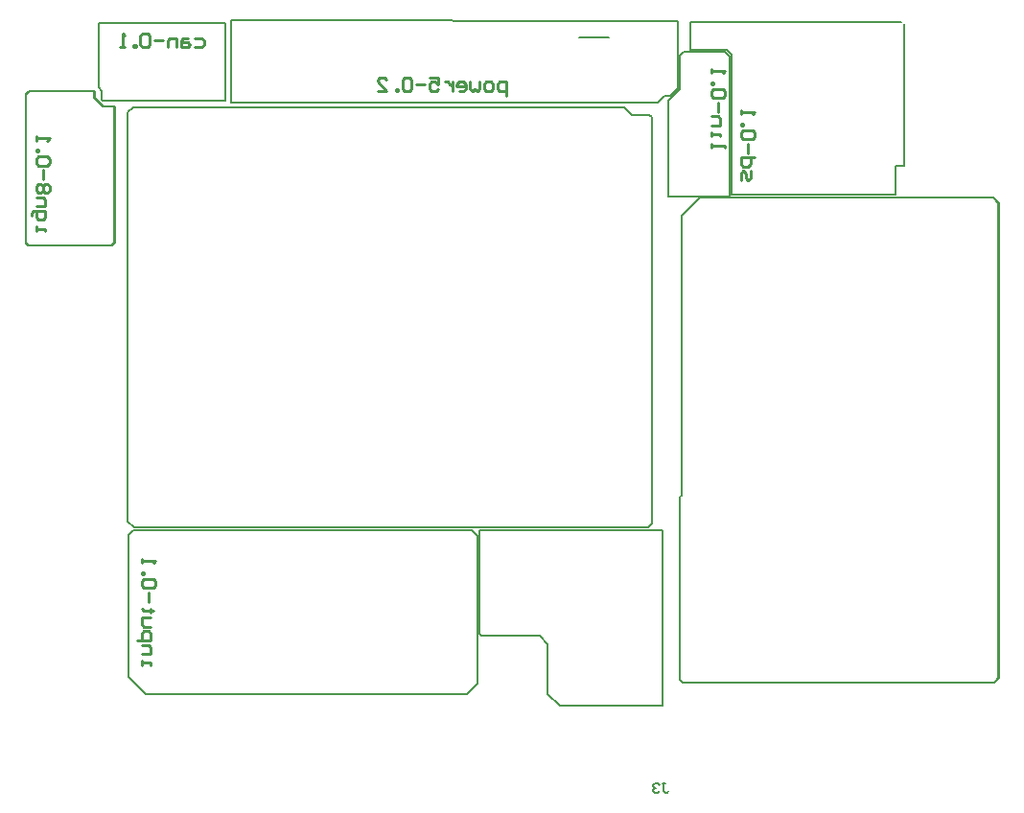
<source format=gbo>
G75*
G70*
%OFA0B0*%
%FSLAX25Y25*%
%IPPOS*%
%LPD*%
%AMOC8*
5,1,8,0,0,1.08239X$1,22.5*
%
%ADD215C,0.00669*%
%ADD273C,0.01000*%
%ADD65C,0.00787*%
X0000000Y0000000D02*
G01*
G75*
D65*
X0089764Y0139665D02*
X0207480Y0139665D01*
X0209449Y0137697D01*
X0209449Y0086319D02*
X0209449Y0137697D01*
X0205807Y0082677D02*
X0209449Y0086319D01*
X0094291Y0082677D02*
X0205827Y0082677D01*
X0088189Y0088779D02*
X0094291Y0082677D01*
X0088189Y0088779D02*
X0088189Y0138091D01*
X0089764Y0139665D01*
X0089695Y0286811D02*
X0260512Y0286811D01*
X0263268Y0284055D01*
X0269272Y0284055D01*
X0087776Y0142796D02*
X0090016Y0140555D01*
X0270154Y0283172D02*
X0270154Y0141903D01*
X0087776Y0284891D02*
X0087776Y0142796D01*
X0087776Y0284891D02*
X0089695Y0286811D01*
X0090016Y0140555D02*
X0268806Y0140555D01*
X0270154Y0141903D01*
X0269272Y0284055D02*
X0270154Y0283172D01*
X0273917Y0078543D02*
X0273917Y0139665D01*
X0210236Y0139665D02*
X0273917Y0139665D01*
X0238189Y0078543D02*
X0273917Y0078543D01*
X0231004Y0103051D02*
X0233957Y0100098D01*
X0210236Y0103543D02*
X0210236Y0139665D01*
X0210729Y0103051D02*
X0231004Y0103051D01*
X0210236Y0103543D02*
X0210729Y0103051D01*
X0233957Y0082776D02*
X0233957Y0100098D01*
X0233957Y0082776D02*
X0238189Y0078543D01*
X0283465Y0316437D02*
X0356890Y0316437D01*
X0357677Y0266183D02*
X0357677Y0315650D01*
X0297835Y0256299D02*
X0354730Y0256299D01*
X0297835Y0256299D02*
X0297835Y0304823D01*
X0296063Y0306594D02*
X0297835Y0304823D01*
X0283465Y0306594D02*
X0296063Y0306594D01*
X0283465Y0306594D02*
X0283465Y0316437D01*
X0354730Y0266183D02*
X0357677Y0266183D01*
X0354730Y0256299D02*
X0354730Y0266183D01*
X0077854Y0293504D02*
X0077854Y0315936D01*
X0079158Y0288976D02*
X0121850Y0288976D01*
X0077854Y0315936D02*
X0121850Y0316089D01*
X0121850Y0288952D02*
X0121850Y0316089D01*
X0077854Y0293504D02*
X0078937Y0292421D01*
X0078937Y0289173D02*
X0078937Y0292421D01*
X0078937Y0289173D02*
X0079158Y0288976D01*
X0297047Y0255610D02*
X0297047Y0304429D01*
X0275787Y0255610D02*
X0297047Y0255610D01*
X0275787Y0255610D02*
X0275787Y0288780D01*
X0279921Y0292914D02*
X0279921Y0304528D01*
X0281299Y0305906D01*
X0295571Y0305906D01*
X0297047Y0304429D01*
X0275886Y0288878D02*
X0279921Y0292914D01*
X0279984Y0151154D02*
X0280518Y0151688D01*
X0279984Y0087655D02*
X0279984Y0151154D01*
X0279984Y0087655D02*
X0280943Y0086696D01*
X0389148Y0086696D01*
X0280518Y0151688D02*
X0280518Y0249129D01*
X0286719Y0255330D02*
X0388786Y0255330D01*
X0280518Y0249129D02*
X0286719Y0255330D01*
X0388786Y0255330D02*
X0390656Y0253460D01*
X0389148Y0086696D02*
X0390656Y0088204D01*
X0390656Y0253460D01*
X0123819Y0288386D02*
X0272047Y0288386D01*
X0274410Y0290748D01*
X0276476Y0290748D01*
X0279035Y0293307D01*
X0244980Y0310925D02*
X0255315Y0310925D01*
X0123819Y0316928D02*
X0279035Y0316635D01*
X0123819Y0288386D02*
X0123819Y0316928D01*
X0279035Y0293307D02*
X0279035Y0316635D01*
X0053884Y0292416D02*
X0076476Y0292416D01*
X0076476Y0290059D02*
X0079429Y0287106D01*
X0083366Y0239567D02*
X0083366Y0287106D01*
X0082383Y0238584D02*
X0083366Y0239567D01*
X0053445Y0238584D02*
X0082383Y0238584D01*
X0052461Y0239568D02*
X0053445Y0238584D01*
X0052461Y0239568D02*
X0052461Y0290992D01*
X0053884Y0292416D01*
X0076476Y0290059D02*
X0076476Y0292416D01*
X0079429Y0287106D02*
X0083366Y0287106D01*
D215*
X0273766Y0051614D02*
X0274842Y0051614D01*
X0274304Y0051614D01*
X0274304Y0048924D01*
X0274842Y0048386D01*
X0275380Y0048386D01*
X0275918Y0048924D01*
X0272691Y0051076D02*
X0272153Y0051614D01*
X0271077Y0051614D01*
X0270539Y0051076D01*
X0270539Y0050538D01*
X0271077Y0050000D01*
X0271615Y0050000D01*
X0271077Y0050000D01*
X0270539Y0049462D01*
X0270539Y0048924D01*
X0271077Y0048386D01*
X0272153Y0048386D01*
X0272691Y0048924D01*
X0087382Y0140157D02*
G01*
G75*
D65*
X0269272Y0284055D02*
X0270155Y0283172D01*
X0268806Y0140555D02*
X0270155Y0141903D01*
X0090016Y0140555D02*
X0268806Y0140555D01*
X0087776Y0284891D02*
X0089696Y0286810D01*
X0087776Y0284891D02*
X0087776Y0142795D01*
X0270155Y0283172D02*
X0270155Y0141903D01*
X0087776Y0142795D02*
X0090016Y0140555D01*
X0263268Y0284055D02*
X0269272Y0284055D01*
X0260512Y0286810D02*
X0263268Y0284055D01*
X0089696Y0286810D02*
X0260512Y0286810D01*
X0087795Y0082283D02*
G01*
G75*
D65*
X0089764Y0139665D02*
X0207480Y0139665D01*
X0209448Y0137696D01*
X0209448Y0086318D02*
X0209448Y0137696D01*
X0205807Y0082677D02*
X0209448Y0086318D01*
X0094291Y0082677D02*
X0205827Y0082677D01*
X0088189Y0088779D02*
X0094291Y0082677D01*
X0088189Y0088779D02*
X0088189Y0138090D01*
X0089764Y0139665D01*
D273*
X0092830Y0092732D02*
X0092830Y0094306D01*
X0092830Y0093519D01*
X0095979Y0093519D01*
X0095979Y0092732D01*
X0092830Y0096668D02*
X0095979Y0096668D01*
X0095979Y0099029D01*
X0095191Y0099816D01*
X0092830Y0099816D01*
X0091256Y0101390D02*
X0095979Y0101390D01*
X0095979Y0103752D01*
X0095191Y0104539D01*
X0093617Y0104539D01*
X0092830Y0103752D01*
X0092830Y0101390D01*
X0095979Y0106113D02*
X0093617Y0106113D01*
X0092830Y0106901D01*
X0092830Y0109262D01*
X0095979Y0109262D01*
X0096766Y0111623D02*
X0095979Y0111623D01*
X0095979Y0110836D01*
X0095979Y0112411D01*
X0095979Y0111623D01*
X0093617Y0111623D01*
X0092830Y0112411D01*
X0095191Y0114772D02*
X0095191Y0117921D01*
X0096766Y0119495D02*
X0097553Y0120282D01*
X0097553Y0121856D01*
X0096766Y0122643D01*
X0093617Y0122643D01*
X0092830Y0121856D01*
X0092830Y0120282D01*
X0093617Y0119495D01*
X0096766Y0119495D01*
X0092830Y0124218D02*
X0093617Y0124218D01*
X0093617Y0125005D01*
X0092830Y0125005D01*
X0092830Y0124218D01*
X0092830Y0128153D02*
X0092830Y0129728D01*
X0092830Y0128941D01*
X0097553Y0128941D01*
X0096766Y0128153D01*
X0209843Y0078150D02*
G01*
G75*
D65*
X0233957Y0082776D02*
X0238189Y0078544D01*
X0233957Y0082776D02*
X0233957Y0100099D01*
X0210237Y0103544D02*
X0210729Y0103051D01*
X0231005Y0103051D01*
X0210237Y0103544D02*
X0210237Y0139666D01*
X0231005Y0103051D02*
X0233957Y0100099D01*
X0238189Y0078544D02*
X0273918Y0078544D01*
X0210237Y0139666D02*
X0273918Y0139666D01*
X0273918Y0078544D02*
X0273918Y0139666D01*
X0123425Y0287992D02*
G01*
G75*
D65*
X0123819Y0288386D02*
X0272047Y0288386D01*
X0274409Y0290748D01*
X0276476Y0290748D01*
X0279035Y0293307D01*
X0244980Y0310925D02*
X0255315Y0310925D01*
X0123819Y0316928D02*
X0279035Y0316635D01*
X0123819Y0288386D02*
X0123819Y0316928D01*
X0279035Y0293307D02*
X0279035Y0316635D01*
D273*
X0219571Y0290764D02*
X0219571Y0295487D01*
X0217209Y0295487D01*
X0216422Y0294699D01*
X0216422Y0293125D01*
X0217209Y0292338D01*
X0219571Y0292338D01*
X0214061Y0292338D02*
X0212486Y0292338D01*
X0211699Y0293125D01*
X0211699Y0294699D01*
X0212486Y0295487D01*
X0214061Y0295487D01*
X0214848Y0294699D01*
X0214848Y0293125D01*
X0214061Y0292338D01*
X0210125Y0295487D02*
X0210125Y0293125D01*
X0209338Y0292338D01*
X0208551Y0293125D01*
X0207763Y0292338D01*
X0206976Y0293125D01*
X0206976Y0295487D01*
X0203041Y0292338D02*
X0204615Y0292338D01*
X0205402Y0293125D01*
X0205402Y0294699D01*
X0204615Y0295487D01*
X0203041Y0295487D01*
X0202253Y0294699D01*
X0202253Y0293912D01*
X0205402Y0293912D01*
X0200679Y0295487D02*
X0200679Y0292338D01*
X0200679Y0293912D01*
X0199892Y0294699D01*
X0199105Y0295487D01*
X0198318Y0295487D01*
X0192808Y0297061D02*
X0195956Y0297061D01*
X0195956Y0294699D01*
X0194382Y0295487D01*
X0193595Y0295487D01*
X0192808Y0294699D01*
X0192808Y0293125D01*
X0193595Y0292338D01*
X0195169Y0292338D01*
X0195956Y0293125D01*
X0191233Y0294699D02*
X0188085Y0294699D01*
X0186511Y0296274D02*
X0185723Y0297061D01*
X0184149Y0297061D01*
X0183362Y0296274D01*
X0183362Y0293125D01*
X0184149Y0292338D01*
X0185723Y0292338D01*
X0186511Y0293125D01*
X0186511Y0296274D01*
X0181788Y0292338D02*
X0181788Y0293125D01*
X0181001Y0293125D01*
X0181001Y0292338D01*
X0181788Y0292338D01*
X0174703Y0292338D02*
X0177852Y0292338D01*
X0174703Y0295487D01*
X0174703Y0296274D01*
X0175490Y0297061D01*
X0177065Y0297061D01*
X0177852Y0296274D01*
X0283071Y0255906D02*
G01*
G75*
D65*
X0354730Y0256300D02*
X0354730Y0266183D01*
X0357677Y0266183D01*
X0283465Y0306595D02*
X0283465Y0316438D01*
X0283465Y0306595D02*
X0296063Y0306595D01*
X0297835Y0304823D01*
X0297835Y0256300D02*
X0297835Y0304823D01*
X0297835Y0256300D02*
X0354730Y0256300D01*
X0357677Y0266183D02*
X0357677Y0315650D01*
X0283465Y0316438D02*
X0356890Y0316438D01*
D273*
X0301197Y0261335D02*
X0301197Y0263697D01*
X0301984Y0264484D01*
X0302771Y0263697D01*
X0302771Y0262122D01*
X0303558Y0261335D01*
X0304346Y0262122D01*
X0304346Y0264484D01*
X0305920Y0269207D02*
X0301197Y0269207D01*
X0301197Y0266845D01*
X0301984Y0266058D01*
X0303558Y0266058D01*
X0304346Y0266845D01*
X0304346Y0269207D01*
X0303558Y0270781D02*
X0303558Y0273929D01*
X0305133Y0275504D02*
X0305920Y0276291D01*
X0305920Y0277865D01*
X0305133Y0278652D01*
X0301984Y0278652D01*
X0301197Y0277865D01*
X0301197Y0276291D01*
X0301984Y0275504D01*
X0305133Y0275504D01*
X0301197Y0280227D02*
X0301984Y0280227D01*
X0301984Y0281014D01*
X0301197Y0281014D01*
X0301197Y0280227D01*
X0301197Y0284162D02*
X0301197Y0285737D01*
X0301197Y0284949D01*
X0305920Y0284949D01*
X0305133Y0284162D01*
X0279724Y0086280D02*
G01*
G75*
D65*
X0279984Y0151155D02*
X0280517Y0151688D01*
X0279984Y0087655D02*
X0279984Y0151155D01*
X0279984Y0087655D02*
X0280943Y0086696D01*
X0389147Y0086696D01*
X0280517Y0151688D02*
X0280517Y0249129D01*
X0286718Y0255330D02*
X0388785Y0255330D01*
X0280517Y0249129D02*
X0286718Y0255330D01*
X0388785Y0255330D02*
X0390655Y0253460D01*
X0389147Y0086696D02*
X0390655Y0088204D01*
X0390655Y0253460D01*
X0077461Y0288583D02*
G01*
G75*
D65*
X0078937Y0289174D02*
X0079159Y0288977D01*
X0078937Y0289174D02*
X0078937Y0292422D01*
X0077855Y0293504D02*
X0078937Y0292422D01*
X0121851Y0288952D02*
X0121851Y0316090D01*
X0077855Y0315937D02*
X0121851Y0316090D01*
X0079159Y0288977D02*
X0121851Y0288977D01*
X0077855Y0293504D02*
X0077855Y0315937D01*
D273*
X0111206Y0310743D02*
X0113568Y0310743D01*
X0114355Y0309956D01*
X0114355Y0308382D01*
X0113568Y0307595D01*
X0111206Y0307595D01*
X0108845Y0310743D02*
X0107270Y0310743D01*
X0106483Y0309956D01*
X0106483Y0307595D01*
X0108845Y0307595D01*
X0109632Y0308382D01*
X0108845Y0309169D01*
X0106483Y0309169D01*
X0104909Y0307595D02*
X0104909Y0310743D01*
X0102548Y0310743D01*
X0101760Y0309956D01*
X0101760Y0307595D01*
X0100186Y0309956D02*
X0097038Y0309956D01*
X0095463Y0311531D02*
X0094676Y0312318D01*
X0093102Y0312318D01*
X0092315Y0311531D01*
X0092315Y0308382D01*
X0093102Y0307595D01*
X0094676Y0307595D01*
X0095463Y0308382D01*
X0095463Y0311531D01*
X0090740Y0307595D02*
X0090740Y0308382D01*
X0089953Y0308382D01*
X0089953Y0307595D01*
X0090740Y0307595D01*
X0086805Y0307595D02*
X0085230Y0307595D01*
X0086017Y0307595D01*
X0086017Y0312318D01*
X0086805Y0311531D01*
X0275394Y0255217D02*
G01*
G75*
D65*
X0297048Y0255611D02*
X0297048Y0304430D01*
X0275788Y0255611D02*
X0297048Y0255611D01*
X0275788Y0255611D02*
X0275788Y0288780D01*
X0279922Y0292914D02*
X0279922Y0304528D01*
X0281300Y0305906D01*
X0295571Y0305906D01*
X0297048Y0304430D01*
X0275886Y0288878D02*
X0279922Y0292914D01*
D273*
X0290764Y0272556D02*
X0290764Y0274130D01*
X0290764Y0273343D01*
X0295487Y0273343D01*
X0295487Y0272556D01*
X0290764Y0276491D02*
X0290764Y0278066D01*
X0290764Y0277278D01*
X0293913Y0277278D01*
X0293913Y0276491D01*
X0290764Y0280427D02*
X0293913Y0280427D01*
X0293913Y0282788D01*
X0293125Y0283576D01*
X0290764Y0283576D01*
X0293125Y0285150D02*
X0293125Y0288298D01*
X0294700Y0289873D02*
X0295487Y0290660D01*
X0295487Y0292234D01*
X0294700Y0293021D01*
X0291551Y0293021D01*
X0290764Y0292234D01*
X0290764Y0290660D01*
X0291551Y0289873D01*
X0294700Y0289873D01*
X0290764Y0294596D02*
X0291551Y0294596D01*
X0291551Y0295383D01*
X0290764Y0295383D01*
X0290764Y0294596D01*
X0290764Y0298531D02*
X0290764Y0300106D01*
X0290764Y0299319D01*
X0295487Y0299319D01*
X0294700Y0298531D01*
X0052362Y0238189D02*
G01*
G75*
D65*
X0079134Y0287106D02*
X0083071Y0287106D01*
X0076181Y0290059D02*
X0076181Y0292416D01*
X0052362Y0291189D02*
X0053589Y0292416D01*
X0052362Y0239371D02*
X0053150Y0238584D01*
X0082088Y0238584D01*
X0083071Y0239567D01*
X0083071Y0287106D01*
X0076181Y0290059D02*
X0079134Y0287106D01*
X0053589Y0292416D02*
X0076181Y0292416D01*
D273*
X0056019Y0243618D02*
X0056019Y0245192D01*
X0056019Y0244405D01*
X0059168Y0244405D01*
X0059168Y0243618D01*
X0054445Y0249128D02*
X0054445Y0249915D01*
X0055232Y0250703D01*
X0059168Y0250703D01*
X0059168Y0248341D01*
X0058381Y0247554D01*
X0056806Y0247554D01*
X0056019Y0248341D01*
X0056019Y0250703D01*
X0056019Y0252277D02*
X0059168Y0252277D01*
X0059168Y0254638D01*
X0058381Y0255425D01*
X0056019Y0255425D01*
X0059955Y0257000D02*
X0060742Y0257787D01*
X0060742Y0259361D01*
X0059955Y0260148D01*
X0059168Y0260148D01*
X0058381Y0259361D01*
X0057593Y0260148D01*
X0056806Y0260148D01*
X0056019Y0259361D01*
X0056019Y0257787D01*
X0056806Y0257000D01*
X0057593Y0257000D01*
X0058381Y0257787D01*
X0059168Y0257000D01*
X0059955Y0257000D01*
X0058381Y0257787D02*
X0058381Y0259361D01*
X0058381Y0261723D02*
X0058381Y0264871D01*
X0059955Y0266445D02*
X0060742Y0267232D01*
X0060742Y0268807D01*
X0059955Y0269594D01*
X0056806Y0269594D01*
X0056019Y0268807D01*
X0056019Y0267232D01*
X0056806Y0266445D01*
X0059955Y0266445D01*
X0056019Y0271168D02*
X0056806Y0271168D01*
X0056806Y0271955D01*
X0056019Y0271955D01*
X0056019Y0271168D01*
X0056019Y0275104D02*
X0056019Y0276678D01*
X0056019Y0275891D01*
X0060742Y0275891D01*
X0059955Y0275104D01*
M02*

</source>
